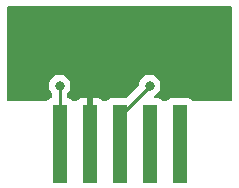
<source format=gbl>
G04 #@! TF.GenerationSoftware,KiCad,Pcbnew,7.0.11*
G04 #@! TF.CreationDate,2025-05-05T07:07:12+10:00*
G04 #@! TF.ProjectId,MAP Card,4d415020-4361-4726-942e-6b696361645f,rev?*
G04 #@! TF.SameCoordinates,Original*
G04 #@! TF.FileFunction,Copper,L2,Bot*
G04 #@! TF.FilePolarity,Positive*
%FSLAX46Y46*%
G04 Gerber Fmt 4.6, Leading zero omitted, Abs format (unit mm)*
G04 Created by KiCad (PCBNEW 7.0.11) date 2025-05-05 07:07:12*
%MOMM*%
%LPD*%
G01*
G04 APERTURE LIST*
G04 #@! TA.AperFunction,ConnectorPad*
%ADD10R,1.300000X6.730000*%
G04 #@! TD*
G04 #@! TA.AperFunction,ViaPad*
%ADD11C,0.800000*%
G04 #@! TD*
G04 #@! TA.AperFunction,Conductor*
%ADD12C,0.500000*%
G04 #@! TD*
G04 #@! TA.AperFunction,Conductor*
%ADD13C,0.250000*%
G04 #@! TD*
G04 APERTURE END LIST*
D10*
X148590000Y-108418000D03*
X151130000Y-108418000D03*
X153670000Y-108418000D03*
X156210000Y-108418000D03*
X158750000Y-108418000D03*
D11*
X153035000Y-97790000D03*
X156845000Y-101600000D03*
X152400000Y-102235000D03*
X156210000Y-103505000D03*
X148590000Y-103505000D03*
D12*
X151130000Y-104140000D02*
X151130000Y-108418000D01*
X152400000Y-102870000D02*
X151130000Y-104140000D01*
X152400000Y-102235000D02*
X152400000Y-102870000D01*
D13*
X156210000Y-103505000D02*
X153670000Y-106045000D01*
X153670000Y-106045000D02*
X153670000Y-108418000D01*
X148590000Y-103505000D02*
X148590000Y-108418000D01*
G04 #@! TA.AperFunction,Conductor*
G36*
X163137121Y-96794002D02*
G01*
X163183614Y-96847658D01*
X163195000Y-96900000D01*
X163195000Y-104649000D01*
X163174998Y-104717121D01*
X163121342Y-104763614D01*
X163069000Y-104775000D01*
X159890158Y-104775000D01*
X159822037Y-104754998D01*
X159789290Y-104724509D01*
X159763261Y-104689738D01*
X159646207Y-104602112D01*
X159646202Y-104602110D01*
X159509204Y-104551011D01*
X159509196Y-104551009D01*
X159448649Y-104544500D01*
X159448638Y-104544500D01*
X158051362Y-104544500D01*
X158051350Y-104544500D01*
X157990803Y-104551009D01*
X157990795Y-104551011D01*
X157853797Y-104602110D01*
X157853792Y-104602112D01*
X157736738Y-104689738D01*
X157710710Y-104724509D01*
X157653874Y-104767056D01*
X157609842Y-104775000D01*
X157350158Y-104775000D01*
X157282037Y-104754998D01*
X157249290Y-104724509D01*
X157223261Y-104689738D01*
X157106207Y-104602112D01*
X157106202Y-104602110D01*
X156969204Y-104551011D01*
X156969196Y-104551009D01*
X156908649Y-104544500D01*
X156908638Y-104544500D01*
X156701660Y-104544500D01*
X156633539Y-104524498D01*
X156587046Y-104470842D01*
X156576942Y-104400568D01*
X156606436Y-104335988D01*
X156650412Y-104303393D01*
X156666752Y-104296118D01*
X156821253Y-104183866D01*
X156949040Y-104041944D01*
X157044527Y-103876556D01*
X157103542Y-103694928D01*
X157123504Y-103505000D01*
X157103542Y-103315072D01*
X157044527Y-103133444D01*
X156949040Y-102968056D01*
X156949038Y-102968054D01*
X156949034Y-102968048D01*
X156821255Y-102826135D01*
X156666752Y-102713882D01*
X156492288Y-102636206D01*
X156305487Y-102596500D01*
X156114513Y-102596500D01*
X155927711Y-102636206D01*
X155753247Y-102713882D01*
X155598744Y-102826135D01*
X155470965Y-102968048D01*
X155470958Y-102968058D01*
X155375476Y-103133438D01*
X155375473Y-103133445D01*
X155316457Y-103315072D01*
X155299092Y-103480292D01*
X155272079Y-103545949D01*
X155262877Y-103556216D01*
X154311498Y-104507596D01*
X154249188Y-104541620D01*
X154222405Y-104544500D01*
X152971350Y-104544500D01*
X152910803Y-104551009D01*
X152910795Y-104551011D01*
X152773797Y-104602110D01*
X152773792Y-104602112D01*
X152656738Y-104689738D01*
X152630710Y-104724509D01*
X152573874Y-104767056D01*
X152529842Y-104775000D01*
X152269534Y-104775000D01*
X152201413Y-104754998D01*
X152168667Y-104724510D01*
X152142904Y-104690095D01*
X152025965Y-104602555D01*
X151889093Y-104551505D01*
X151828597Y-104545000D01*
X151384000Y-104545000D01*
X151384000Y-104775000D01*
X150876000Y-104775000D01*
X150876000Y-104545000D01*
X150431402Y-104545000D01*
X150370906Y-104551505D01*
X150234035Y-104602555D01*
X150234034Y-104602555D01*
X150117095Y-104690095D01*
X150091333Y-104724510D01*
X150034497Y-104767056D01*
X149990466Y-104775000D01*
X149730158Y-104775000D01*
X149662037Y-104754998D01*
X149629290Y-104724509D01*
X149603261Y-104689738D01*
X149486207Y-104602112D01*
X149486202Y-104602110D01*
X149349204Y-104551011D01*
X149349198Y-104551010D01*
X149336028Y-104549594D01*
X149270437Y-104522423D01*
X149229947Y-104464104D01*
X149223500Y-104424316D01*
X149223500Y-104207524D01*
X149243502Y-104139403D01*
X149255858Y-104123220D01*
X149329040Y-104041944D01*
X149424527Y-103876556D01*
X149483542Y-103694928D01*
X149503504Y-103505000D01*
X149483542Y-103315072D01*
X149424527Y-103133444D01*
X149329040Y-102968056D01*
X149329038Y-102968054D01*
X149329034Y-102968048D01*
X149201255Y-102826135D01*
X149046752Y-102713882D01*
X148872288Y-102636206D01*
X148685487Y-102596500D01*
X148494513Y-102596500D01*
X148307711Y-102636206D01*
X148133247Y-102713882D01*
X147978744Y-102826135D01*
X147850965Y-102968048D01*
X147850958Y-102968058D01*
X147755476Y-103133438D01*
X147755473Y-103133445D01*
X147696457Y-103315072D01*
X147676496Y-103505000D01*
X147696457Y-103694927D01*
X147726526Y-103787470D01*
X147755473Y-103876556D01*
X147850960Y-104041944D01*
X147924137Y-104123215D01*
X147954853Y-104187220D01*
X147956500Y-104207524D01*
X147956500Y-104424316D01*
X147936498Y-104492437D01*
X147882842Y-104538930D01*
X147843972Y-104549594D01*
X147830801Y-104551010D01*
X147830795Y-104551011D01*
X147693797Y-104602110D01*
X147693792Y-104602112D01*
X147576738Y-104689738D01*
X147550710Y-104724509D01*
X147493874Y-104767056D01*
X147449842Y-104775000D01*
X144271000Y-104775000D01*
X144202879Y-104754998D01*
X144156386Y-104701342D01*
X144145000Y-104649000D01*
X144145000Y-96900000D01*
X144165002Y-96831879D01*
X144218658Y-96785386D01*
X144271000Y-96774000D01*
X163069000Y-96774000D01*
X163137121Y-96794002D01*
G37*
G04 #@! TD.AperFunction*
M02*

</source>
